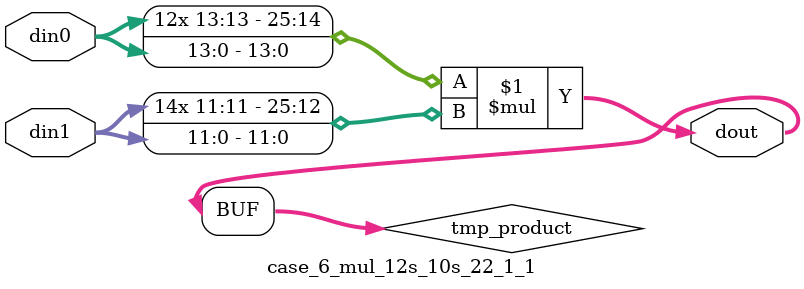
<source format=v>

`timescale 1 ns / 1 ps

 module case_6_mul_12s_10s_22_1_1(din0, din1, dout);
parameter ID = 1;
parameter NUM_STAGE = 0;
parameter din0_WIDTH = 14;
parameter din1_WIDTH = 12;
parameter dout_WIDTH = 26;

input [din0_WIDTH - 1 : 0] din0; 
input [din1_WIDTH - 1 : 0] din1; 
output [dout_WIDTH - 1 : 0] dout;

wire signed [dout_WIDTH - 1 : 0] tmp_product;



























assign tmp_product = $signed(din0) * $signed(din1);








assign dout = tmp_product;





















endmodule

</source>
